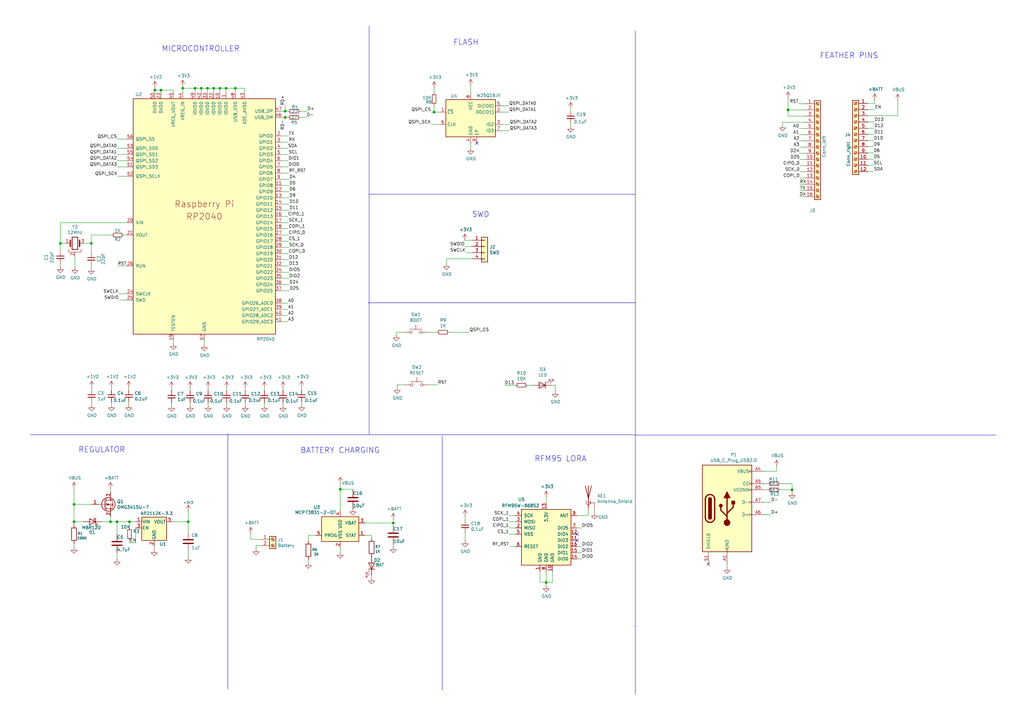
<source format=kicad_sch>
(kicad_sch (version 20230121) (generator eeschema)
  (paper "A3")
  (title_block (title "PicoWAN") (date "2021-01-30") (rev "1.0") (company "ElectronicCats") (comment 4 "Andres Sabas"))
  (junction (at 92.71 36.195))
  (junction (at 74.93 36.195))
  (junction (at 66.04 36.957))
  (junction (at 37.465 99.822))
  (junction (at 224.028 238.887))
  (junction (at 96.52 36.195))
  (junction (at 53.086 213.995))
  (junction (at 139.573 200.66))
  (junction (at 80.01 36.195))
  (junction (at 85.09 36.195))
  (junction (at 116.967 45.593))
  (junction (at 45.339 213.995))
  (junction (at 30.353 213.995))
  (junction (at 90.17 36.195))
  (junction (at 323.215 45.085))
  (junction (at 116.967 48.133))
  (junction (at 63.5 36.957))
  (junction (at 48.006 213.995))
  (junction (at 24.765 99.822))
  (junction (at 77.216 213.995))
  (junction (at 161.29 214.503))
  (junction (at 87.63 36.195))
  (junction (at 178.054 45.974))
  (junction (at 30.353 206.883))
  (junction (at 324.866 200.914))
  (junction (at 82.55 36.195))
  (no_connect (at 236.728 219.075))
  (no_connect (at 290.576 231.394))
  (no_connect (at 195.58 58.674))
  (no_connect (at 236.728 221.615))
  (wire (pts (xy 115.57 45.593) (xy 116.967 45.593)))
  (polyline (pts (xy 181.356 282.829) (xy 181.102 282.829)))
  (wire (pts (xy 323.215 45.085) (xy 323.215 40.259)))
  (wire (pts (xy 92.964 165.227) (xy 92.964 166.243)))
  (wire (pts (xy 30.353 206.883) (xy 37.719 206.883)))
  (wire (pts (xy 355.981 70.358) (xy 358.394 70.358)))
  (wire (pts (xy 52.07 57.023) (xy 48.006 57.023)))
  (wire (pts (xy 115.57 96.393) (xy 118.364 96.393)))
  (wire (pts (xy 205.74 53.594) (xy 209.042 53.594)))
  (wire (pts (xy 162.941 157.861) (xy 162.941 158.877)))
  (wire (pts (xy 115.57 114.173) (xy 118.491 114.173)))
  (wire (pts (xy 355.981 52.578) (xy 358.521 52.578)))
  (wire (pts (xy 52.07 123.063) (xy 48.768 123.063)))
  (wire (pts (xy 63.5 36.957) (xy 63.5 35.941)))
  (wire (pts (xy 149.733 219.583) (xy 152.4 219.583)))
  (wire (pts (xy 53.086 213.995) (xy 48.006 213.995)))
  (wire (pts (xy 208.788 211.455) (xy 211.328 211.455)))
  (wire (pts (xy 52.07 120.523) (xy 48.768 120.523)))
  (wire (pts (xy 226.187 157.988) (xy 227.711 157.988)))
  (wire (pts (xy 74.93 36.195) (xy 74.93 35.433)))
  (wire (pts (xy 45.339 200.406) (xy 45.339 201.803)))
  (wire (pts (xy 116.078 165.227) (xy 116.078 166.243)))
  (wire (pts (xy 87.63 36.195) (xy 90.17 36.195)))
  (wire (pts (xy 24.765 99.822) (xy 26.924 99.822)))
  (wire (pts (xy 85.344 165.227) (xy 85.344 166.243)))
  (wire (pts (xy 234.061 50.673) (xy 234.061 51.689)))
  (polyline (pts (xy 260.604 178.435) (xy 408.559 178.435)))
  (wire (pts (xy 330.2 78.105) (xy 328.041 78.105)))
  (wire (pts (xy 108.458 165.227) (xy 108.458 166.243)))
  (polyline (pts (xy 12.446 178.308) (xy 260.604 178.308)))
  (wire (pts (xy 34.544 99.822) (xy 37.465 99.822)))
  (wire (pts (xy 66.04 36.957) (xy 66.04 37.973)))
  (wire (pts (xy 115.57 101.473) (xy 118.491 101.473)))
  (wire (pts (xy 236.728 224.155) (xy 238.633 224.155)))
  (wire (pts (xy 100.33 37.973) (xy 100.33 36.195)))
  (wire (pts (xy 183.134 106.172) (xy 193.675 106.172)))
  (wire (pts (xy 116.967 45.593) (xy 118.11 45.593)))
  (wire (pts (xy 330.2 65.405) (xy 328.041 65.405)))
  (wire (pts (xy 52.07 63.373) (xy 48.006 63.373)))
  (wire (pts (xy 123.698 159.893) (xy 123.698 158.877)))
  (wire (pts (xy 330.2 70.485) (xy 328.041 70.485)))
  (wire (pts (xy 115.57 119.253) (xy 118.745 119.253)))
  (wire (pts (xy 152.4 235.966) (xy 152.4 236.982)))
  (wire (pts (xy 92.964 160.147) (xy 92.964 159.131)))
  (wire (pts (xy 175.641 136.271) (xy 179.197 136.271)))
  (polyline (pts (xy 93.472 177.8) (xy 93.472 282.702)))
  (wire (pts (xy 320.04 200.914) (xy 324.866 200.914)))
  (wire (pts (xy 221.488 234.315) (xy 221.488 238.887)))
  (wire (pts (xy 236.728 211.455) (xy 241.3 211.455)))
  (wire (pts (xy 115.57 86.233) (xy 118.618 86.233)))
  (polyline (pts (xy 181.356 178.816) (xy 181.356 282.829)))
  (wire (pts (xy 211.328 157.988) (xy 207.01 157.988)))
  (wire (pts (xy 77.216 209.677) (xy 77.216 213.995)))
  (wire (pts (xy 193.04 58.674) (xy 193.04 60.706)))
  (wire (pts (xy 139.573 200.66) (xy 139.573 209.423)))
  (wire (pts (xy 178.054 38.1) (xy 178.054 36.068)))
  (wire (pts (xy 115.57 91.313) (xy 118.364 91.313)))
  (wire (pts (xy 152.4 219.583) (xy 152.4 220.726)))
  (wire (pts (xy 208.788 216.535) (xy 211.328 216.535)))
  (wire (pts (xy 70.358 160.147) (xy 70.358 159.131)))
  (wire (pts (xy 161.29 224.155) (xy 161.29 223.266)))
  (wire (pts (xy 52.07 60.833) (xy 48.006 60.833)))
  (wire (pts (xy 330.2 80.645) (xy 327.914 80.645)))
  (wire (pts (xy 355.981 60.198) (xy 358.267 60.198)))
  (wire (pts (xy 330.2 67.945) (xy 328.041 67.945)))
  (wire (pts (xy 123.19 48.133) (xy 125.73 48.133)))
  (wire (pts (xy 123.19 45.593) (xy 125.984 45.593)))
  (wire (pts (xy 180.34 45.974) (xy 178.054 45.974)))
  (wire (pts (xy 71.12 37.973) (xy 71.12 36.957)))
  (wire (pts (xy 52.07 68.453) (xy 48.006 68.453)))
  (wire (pts (xy 115.57 124.333) (xy 118.11 124.333)))
  (wire (pts (xy 180.34 51.054) (xy 176.784 51.054)))
  (wire (pts (xy 100.584 160.147) (xy 100.584 159.131)))
  (wire (pts (xy 52.07 91.313) (xy 24.765 91.313)))
  (wire (pts (xy 24.765 99.822) (xy 24.765 102.997)))
  (wire (pts (xy 224.028 238.887) (xy 226.568 238.887)))
  (wire (pts (xy 330.2 45.085) (xy 323.215 45.085)))
  (wire (pts (xy 218.567 157.988) (xy 216.408 157.988)))
  (wire (pts (xy 52.07 96.393) (xy 50.8 96.393)))
  (wire (pts (xy 190.754 213.36) (xy 190.754 211.709)))
  (polyline (pts (xy 260.604 12.7) (xy 260.604 284.861)))
  (wire (pts (xy 139.573 198.247) (xy 139.573 200.66)))
  (wire (pts (xy 178.054 43.18) (xy 178.054 45.974)))
  (wire (pts (xy 30.353 206.883) (xy 30.353 200.406)))
  (wire (pts (xy 77.216 213.995) (xy 70.866 213.995)))
  (wire (pts (xy 37.592 159.893) (xy 37.592 158.877)))
  (wire (pts (xy 221.488 238.887) (xy 224.028 238.887)))
  (wire (pts (xy 165.481 136.271) (xy 162.56 136.271)))
  (wire (pts (xy 208.788 219.075) (xy 211.328 219.075)))
  (wire (pts (xy 102.87 221.234) (xy 102.87 218.821)))
  (wire (pts (xy 115.57 55.753) (xy 118.364 55.753)))
  (wire (pts (xy 193.675 101.092) (xy 190.627 101.092)))
  (wire (pts (xy 108.458 160.147) (xy 108.458 159.131)))
  (wire (pts (xy 82.55 37.973) (xy 82.55 36.195)))
  (wire (pts (xy 227.711 157.988) (xy 227.711 160.401)))
  (wire (pts (xy 313.436 198.374) (xy 314.96 198.374)))
  (wire (pts (xy 37.592 164.973) (xy 37.592 165.989)))
  (wire (pts (xy 355.981 62.738) (xy 358.267 62.738)))
  (wire (pts (xy 144.78 200.66) (xy 139.573 200.66)))
  (wire (pts (xy 226.568 238.887) (xy 226.568 234.315)))
  (wire (pts (xy 330.2 73.025) (xy 328.041 73.025)))
  (wire (pts (xy 45.72 164.973) (xy 45.72 165.989)))
  (wire (pts (xy 313.436 205.994) (xy 316.23 205.994)))
  (wire (pts (xy 71.12 36.957) (xy 66.04 36.957)))
  (wire (pts (xy 224.028 238.887) (xy 224.028 234.315)))
  (wire (pts (xy 368.173 47.498) (xy 368.173 41.148)))
  (wire (pts (xy 330.2 42.545) (xy 327.533 42.545)))
  (wire (pts (xy 52.07 109.093) (xy 48.26 109.093)))
  (wire (pts (xy 92.71 36.195) (xy 92.71 37.973)))
  (wire (pts (xy 313.436 193.294) (xy 318.516 193.294)))
  (wire (pts (xy 85.344 160.147) (xy 85.344 159.131)))
  (wire (pts (xy 355.981 55.118) (xy 358.521 55.118)))
  (wire (pts (xy 116.967 49.022) (xy 116.967 48.133)))
  (wire (pts (xy 115.57 65.913) (xy 118.237 65.913)))
  (wire (pts (xy 178.054 45.974) (xy 176.784 45.974)))
  (wire (pts (xy 193.675 98.552) (xy 190.627 98.552)))
  (wire (pts (xy 85.09 37.973) (xy 85.09 36.195)))
  (wire (pts (xy 30.353 206.883) (xy 30.353 213.995)))
  (wire (pts (xy 115.57 111.633) (xy 118.491 111.633)))
  (wire (pts (xy 37.465 99.822) (xy 37.465 103.632)))
  (wire (pts (xy 330.2 62.865) (xy 327.914 62.865)))
  (wire (pts (xy 205.74 45.974) (xy 208.788 45.974)))
  (wire (pts (xy 241.3 211.455) (xy 241.3 209.423)))
  (wire (pts (xy 53.086 222.631) (xy 53.086 221.615)))
  (polyline (pts (xy 151.384 178.308) (xy 151.384 10.668)))
  (wire (pts (xy 115.57 48.133) (xy 116.967 48.133)))
  (wire (pts (xy 320.04 198.374) (xy 324.866 198.374)))
  (wire (pts (xy 70.358 165.227) (xy 70.358 166.243)))
  (wire (pts (xy 52.07 72.263) (xy 48.26 72.263)))
  (wire (pts (xy 45.339 211.963) (xy 45.339 213.995)))
  (wire (pts (xy 100.584 165.227) (xy 100.584 166.243)))
  (wire (pts (xy 96.52 37.973) (xy 96.52 36.195)))
  (wire (pts (xy 208.788 213.995) (xy 211.328 213.995)))
  (wire (pts (xy 355.981 42.418) (xy 358.775 42.418)))
  (wire (pts (xy 313.436 200.914) (xy 314.96 200.914)))
  (wire (pts (xy 355.981 50.038) (xy 358.648 50.038)))
  (wire (pts (xy 115.57 116.713) (xy 118.618 116.713)))
  (wire (pts (xy 161.29 214.503) (xy 161.29 215.646)))
  (wire (pts (xy 115.57 68.453) (xy 118.237 68.453)))
  (wire (pts (xy 123.698 164.973) (xy 123.698 165.989)))
  (wire (pts (xy 116.967 48.133) (xy 118.11 48.133)))
  (wire (pts (xy 106.807 221.234) (xy 102.87 221.234)))
  (wire (pts (xy 115.57 83.693) (xy 118.618 83.693)))
  (wire (pts (xy 355.981 47.498) (xy 368.173 47.498)))
  (wire (pts (xy 126.492 221.869) (xy 126.492 219.583)))
  (wire (pts (xy 63.5 36.957) (xy 66.04 36.957)))
  (wire (pts (xy 162.56 136.271) (xy 162.56 137.287)))
  (wire (pts (xy 80.01 36.195) (xy 82.55 36.195)))
  (wire (pts (xy 48.006 226.695) (xy 48.006 229.235)))
  (polyline (pts (xy 260.096 79.629) (xy 260.096 80.137)))
  (polyline (pts (xy 582.803 258.953) (xy 582.803 260.604)))
  (wire (pts (xy 318.516 193.294) (xy 318.516 191.262)))
  (wire (pts (xy 115.57 104.013) (xy 118.364 104.013)))
  (wire (pts (xy 71.12 139.573) (xy 71.12 140.843)))
  (wire (pts (xy 330.2 57.785) (xy 327.914 57.785)))
  (wire (pts (xy 85.09 36.195) (xy 87.63 36.195)))
  (wire (pts (xy 24.765 91.313) (xy 24.765 99.822)))
  (wire (pts (xy 52.832 159.893) (xy 52.832 158.877)))
  (wire (pts (xy 355.981 57.658) (xy 358.394 57.658)))
  (wire (pts (xy 320.929 50.165) (xy 330.2 50.165)))
  (wire (pts (xy 87.63 37.973) (xy 87.63 36.195)))
  (wire (pts (xy 77.216 225.933) (xy 77.216 228.473)))
  (wire (pts (xy 77.978 165.227) (xy 77.978 166.243)))
  (wire (pts (xy 116.078 160.147) (xy 116.078 159.131)))
  (wire (pts (xy 184.277 136.271) (xy 192.532 136.271)))
  (wire (pts (xy 236.728 226.695) (xy 238.633 226.695)))
  (wire (pts (xy 144.78 201.041) (xy 144.78 200.66)))
  (wire (pts (xy 115.57 129.413) (xy 118.11 129.413)))
  (wire (pts (xy 55.626 213.995) (xy 53.086 213.995)))
  (wire (pts (xy 298.196 231.394) (xy 298.196 232.664)))
  (wire (pts (xy 190.754 218.44) (xy 190.754 221.742)))
  (wire (pts (xy 355.981 67.818) (xy 358.267 67.818)))
  (wire (pts (xy 193.04 38.354) (xy 193.04 35.052)))
  (wire (pts (xy 149.733 214.503) (xy 161.29 214.503)))
  (wire (pts (xy 161.29 214.503) (xy 161.29 213.106)))
  (wire (pts (xy 30.353 213.995) (xy 30.353 215.265)))
  (wire (pts (xy 41.783 213.995) (xy 45.339 213.995)))
  (wire (pts (xy 115.57 63.373) (xy 118.364 63.373)))
  (wire (pts (xy 236.728 229.235) (xy 238.633 229.235)))
  (wire (pts (xy 126.492 230.632) (xy 126.492 229.489)))
  (wire (pts (xy 115.57 73.533) (xy 118.618 73.533)))
  (wire (pts (xy 30.353 222.885) (xy 30.353 224.409)))
  (wire (pts (xy 205.74 43.434) (xy 208.788 43.434)))
  (wire (pts (xy 45.339 213.995) (xy 48.006 213.995)))
  (wire (pts (xy 105.029 223.774) (xy 106.807 223.774)))
  (wire (pts (xy 115.57 78.613) (xy 118.618 78.613)))
  (wire (pts (xy 330.2 52.705) (xy 327.787 52.705)))
  (wire (pts (xy 330.2 75.565) (xy 328.041 75.565)))
  (wire (pts (xy 224.028 203.962) (xy 224.028 206.375)))
  (wire (pts (xy 324.866 200.914) (xy 324.866 201.93)))
  (wire (pts (xy 183.134 106.172) (xy 183.134 108.077)))
  (wire (pts (xy 77.978 160.147) (xy 77.978 159.131)))
  (wire (pts (xy 52.07 65.913) (xy 48.006 65.913)))
  (wire (pts (xy 115.57 106.553) (xy 118.491 106.553)))
  (polyline (pts (xy 260.477 124.206) (xy 260.477 123.825)))
  (wire (pts (xy 236.728 216.535) (xy 238.633 216.535)))
  (wire (pts (xy 82.55 36.195) (xy 85.09 36.195)))
  (wire (pts (xy 30.734 109.601) (xy 30.734 104.902)))
  (wire (pts (xy 176.022 157.861) (xy 179.578 157.861)))
  (wire (pts (xy 80.01 37.973) (xy 80.01 36.195)))
  (polyline (pts (xy 151.257 79.629) (xy 260.096 79.629)))
  (wire (pts (xy 139.573 226.441) (xy 139.573 224.663)))
  (polyline (pts (xy 260.604 283.083) (xy 260.731 283.083)))
  (wire (pts (xy 224.028 240.157) (xy 224.028 238.887)))
  (wire (pts (xy 34.163 213.995) (xy 30.353 213.995)))
  (wire (pts (xy 100.33 36.195) (xy 96.52 36.195)))
  (polyline (pts (xy 260.35 256.921) (xy 260.096 256.921)))
  (wire (pts (xy 52.832 164.973) (xy 52.832 165.989)))
  (wire (pts (xy 115.57 109.093) (xy 118.491 109.093)))
  (wire (pts (xy 63.5 37.973) (xy 63.5 36.957)))
  (wire (pts (xy 323.215 47.625) (xy 330.2 47.625)))
  (wire (pts (xy 37.465 109.982) (xy 37.465 108.712)))
  (wire (pts (xy 24.765 109.347) (xy 24.765 108.077)))
  (wire (pts (xy 96.52 36.195) (xy 92.71 36.195)))
  (wire (pts (xy 234.061 45.593) (xy 234.061 44.577)))
  (wire (pts (xy 115.57 93.853) (xy 118.364 93.853)))
  (wire (pts (xy 55.626 222.631) (xy 53.086 222.631)))
  (wire (pts (xy 45.72 159.893) (xy 45.72 158.877)))
  (wire (pts (xy 83.82 139.573) (xy 83.82 141.351)))
  (wire (pts (xy 323.215 47.625) (xy 323.215 45.085)))
  (wire (pts (xy 48.006 213.995) (xy 48.006 219.075)))
  (wire (pts (xy 74.93 37.973) (xy 74.93 36.195)))
  (wire (pts (xy 55.626 216.535) (xy 55.626 222.631)))
  (wire (pts (xy 205.74 51.054) (xy 209.042 51.054)))
  (wire (pts (xy 243.84 210.312) (xy 243.84 209.423)))
  (wire (pts (xy 115.57 76.073) (xy 118.618 76.073)))
  (wire (pts (xy 115.57 88.773) (xy 118.11 88.773)))
  (wire (pts (xy 330.2 55.245) (xy 327.787 55.245)))
  (wire (pts (xy 37.465 96.393) (xy 37.465 99.822)))
  (wire (pts (xy 355.981 44.958) (xy 358.775 44.958)))
  (wire (pts (xy 77.216 213.995) (xy 77.216 218.313)))
  (wire (pts (xy 358.775 42.418) (xy 358.775 41.021)))
  (wire (pts (xy 115.57 126.873) (xy 118.11 126.873)))
  (wire (pts (xy 53.086 216.535) (xy 53.086 213.995)))
  (wire (pts (xy 126.492 219.583) (xy 129.413 219.583)))
  (wire (pts (xy 63.246 225.425) (xy 63.246 224.155)))
  (wire (pts (xy 193.675 103.632) (xy 191.008 103.632)))
  (wire (pts (xy 324.866 198.374) (xy 324.866 200.914)))
  (wire (pts (xy 330.2 60.325) (xy 327.914 60.325)))
  (wire (pts (xy 115.57 98.933) (xy 118.364 98.933)))
  (wire (pts (xy 115.57 81.153) (xy 118.618 81.153)))
  (wire (pts (xy 115.57 58.293) (xy 118.364 58.293)))
  (wire (pts (xy 90.17 37.973) (xy 90.17 36.195)))
  (wire (pts (xy 208.788 224.155) (xy 211.328 224.155)))
  (wire (pts (xy 105.029 225.044) (xy 105.029 223.774)))
  (wire (pts (xy 320.929 50.165) (xy 320.929 51.181)))
  (polyline (pts (xy 150.876 124.206) (xy 260.477 124.206)))
  (wire (pts (xy 116.967 43.307) (xy 116.967 45.593)))
  (wire (pts (xy 37.465 96.393) (xy 45.72 96.393)))
  (wire (pts (xy 115.57 131.953) (xy 118.11 131.953)))
  (wire (pts (xy 313.436 211.074) (xy 316.23 211.074)))
  (wire (pts (xy 355.981 65.278) (xy 358.267 65.278)))
  (wire (pts (xy 74.93 36.195) (xy 80.01 36.195)))
  (wire (pts (xy 115.57 60.833) (xy 118.11 60.833)))
  (wire (pts (xy 90.17 36.195) (xy 92.71 36.195)))
  (wire (pts (xy 165.862 157.861) (xy 162.941 157.861)))
  (wire (pts (xy 115.57 70.993) (xy 118.491 70.993)))
  (text "REGULATOR" (at 32.131 185.928 0) (effects (font (size 2.2606 2.2606)) (justify left bottom)))
  (text "RFM95 LORA" (at 219.202 189.611 0) (effects (font (size 2.2606 2.2606)) (justify left bottom)))
  (text "SWD" (at 193.548 89.408 0) (effects (font (size 2.2606 2.2606)) (justify left bottom)))
  (text "BATTERY CHARGING" (at 123.19 186.182 0) (effects (font (size 2.2606 2.2606)) (justify left bottom)))
  (text "MICROCONTROLLER" (at 66.294 21.463 0) (effects (font (size 2.2606 2.2606)) (justify left bottom)))
  (text "FLASH" (at 185.928 18.796 0) (effects (font (size 2.2606 2.2606)) (justify left bottom)))
  (text "FEATHER PINS" (at 336.169 24.257 0) (effects (font (size 2.2606 2.2606)) (justify left bottom)))
  (label "QSPI_DATA1" (at 208.788 45.974 0))
  (label "RX" (at 118.364 58.293 0))
  (label "A1" (at 118.11 126.873 0))
  (label "QSPI_CS" (at 192.532 136.271 0))
  (label "DIO5" (at 238.633 216.535 0))
  (label "D25" (at 328.041 65.405 180))
  (label "A3" (at 327.914 60.325 180))
  (label "D10" (at 358.394 57.658 0))
  (label "SDA" (at 118.11 60.833 0))
  (label "QSPI_DATA0" (at 208.788 43.434 0))
  (label "D24" (at 118.618 116.713 0))
  (label "QSPI_SCK" (at 176.784 51.054 180))
  (label "QSPI_CS" (at 48.006 57.023 180))
  (label "D24" (at 327.914 62.865 180))
  (label "A2" (at 118.11 129.413 0))
  (label "D4" (at 118.618 73.533 0))
  (label "CIPO_1" (at 208.788 216.535 180))
  (label "SCK_0" (at 118.491 101.473 0))
  (label "DIO1" (at 118.237 65.913 0))
  (label "SCK_1" (at 208.788 211.455 180))
  (label "COPI_0" (at 118.364 104.013 0))
  (label "TX" (at 328.041 78.105 0))
  (label "D13" (at 118.491 109.093 0))
  (label "A3" (at 118.11 131.953 0))
  (label "DIO5" (at 118.491 111.633 0))
  (label "SWCLK" (at 48.768 120.523 180))
  (label "CS_1" (at 118.364 98.933 0))
  (label "D+" (at 125.984 45.593 0))
  (label "D6" (at 118.618 78.613 0))
  (label "D6" (at 358.267 62.738 0))
  (label "D10" (at 118.618 83.693 0))
  (label "A0" (at 118.11 124.333 0))
  (label "D25" (at 118.745 119.253 0))
  (label "D12" (at 118.491 106.553 0))
  (label "D5" (at 358.267 65.278 0))
  (label "COPI_1" (at 118.364 93.853 0))
  (label "CS_1" (at 208.788 219.075 180))
  (label "CIPO_1" (at 118.11 88.773 0))
  (label "D13" (at 207.01 157.988 0))
  (label "SWDIO" (at 190.627 101.092 180))
  (label "RST" (at 179.578 157.861 0))
  (label "DIO2" (at 118.491 114.173 0))
  (label "D11" (at 118.618 86.233 0))
  (label "CIPO_0" (at 328.041 67.945 180))
  (label "A1" (at 327.787 55.245 180))
  (label "SCL" (at 118.364 63.373 0))
  (label "EN" (at 53.213 222.631 0))
  (label "EN" (at 358.775 44.958 0))
  (label "QSPI_DATA3" (at 209.042 53.594 0))
  (label "SCK_1" (at 118.364 91.313 0))
  (label "D5" (at 118.618 76.073 0))
  (label "A0" (at 327.787 52.705 180))
  (label "CIPO_0" (at 118.364 96.393 0))
  (label "COPI_1" (at 208.788 213.995 180))
  (label "QSPI_DATA3" (at 48.006 68.453 180))
  (label "RD-" (at 116.967 49.022 270))
  (label "D11" (at 358.521 55.118 0))
  (label "RD+" (at 116.967 43.307 90))
  (label "SWCLK" (at 191.008 103.632 180))
  (label "QSPI_DATA2" (at 48.006 65.913 180))
  (label "D-" (at 316.23 205.994 0))
  (label "RF_RST" (at 208.788 224.155 180))
  (label "TX" (at 118.364 55.753 0))
  (label "DIO1" (at 238.633 226.695 0))
  (label "DIO2" (at 238.633 224.155 0))
  (label "DIO0" (at 238.633 229.235 0))
  (label "D9" (at 358.267 60.198 0))
  (label "D-" (at 125.73 48.133 0))
  (label "SCK_0" (at 328.041 70.485 180))
  (label "QSPI_SCK" (at 48.26 72.263 180))
  (label "RST" (at 327.533 42.545 180))
  (label "COPI_0" (at 328.041 73.025 180))
  (label "QSPI_CS" (at 176.784 45.974 180))
  (label "RF_RST" (at 118.491 70.993 0))
  (label "D12" (at 358.521 52.578 0))
  (label "SWDIO" (at 48.768 123.063 180))
  (label "D13" (at 358.648 50.038 0))
  (label "SDA" (at 358.394 70.358 0))
  (label "DIO0" (at 118.237 68.453 0))
  (label "RST" (at 48.26 109.093 0))
  (label "D4" (at 327.914 80.645 0))
  (label "QSPI_DATA0" (at 48.006 60.833 180))
  (label "D9" (at 118.618 81.153 0))
  (label "QSPI_DATA1" (at 48.006 63.373 180))
  (label "QSPI_DATA2" (at 209.042 51.054 0))
  (label "SCL" (at 358.267 67.818 0))
  (label "RX" (at 328.041 75.565 0))
  (label "A2" (at 327.914 57.785 180))
  (label "D+" (at 316.23 211.074 0))
  (symbol (lib_id "Device:C") (at 77.216 222.123 0) (unit 1)
    (property "Reference" "C8" (at 78.486 219.583 0) (effects (justify left)))
    (property "Value" "1uF" (at 78.486 224.663 0) (effects (justify left)))
    (property "Footprint" "Capacitor_SMD:C_0402_1005Metric" (effects hide))
    (property "Datasheet" "https://lcsc.com/product-detail/Multilayer-Ceramic-Capacitors-MLCC-SMD-SMT_muRata_GRM155R60J105KE19D_1uF-105-10-6-3V_C15684.html" (effects hide))
    (property "manf#" "GRM155R60J105KE19D" (effects hide))
    (property "LCSC#" "C15684" (effects hide))
  )
  (symbol (lib_id "Device:C") (at 48.006 222.885 0) (unit 1)
    (property "Reference" "C5" (at 48.006 220.345 0) (effects (justify left)))
    (property "Value" "4.7uF" (at 48.006 225.425 0) (effects (justify left)))
    (property "Footprint" "Capacitor_SMD:C_0402_1005Metric" (effects hide))
    (property "Datasheet" "https://lcsc.com/product-detail/Multilayer-Ceramic-Capacitors-MLCC-SMD-SMT_Samsung-Electro-Mechanics-CL05A475MQ5NRNC_C307423.html" (effects hide))
    (property "manf#" "CL05A475MQ5NRNC" (effects hide))
    (property "LCSC#" "C307423" (effects hide))
  )
  (symbol (lib_id "Connector:Screw_Terminal_01x16") (at 335.28 60.325 0) (unit 1)
    (property "Reference" "J3" (at 333.1972 86.36 0))
    (property "Value" "Conn_left" (at 337.947 60.071 90))
    (property "Footprint" "Connector_PinHeader_2.54mm:PinHeader_1x16_P2.54mm_Vertical" (effects hide))
  )
  (symbol (lib_id "Connector:Screw_Terminal_01x12") (at 350.901 55.118 0) (mirror y) (unit 1)
    (property "Reference" "J4" (at 348.869 55.3212 0) (effects (justify left)))
    (property "Value" "Conn_right" (at 347.98 68.326 90) (effects (justify left)))
    (property "Footprint" "Connector_PinHeader_2.54mm:PinHeader_1x12_P2.54mm_Vertical" (effects hide))
  )
  (symbol (lib_id "power:+3V3") (at 323.215 40.259 0) (unit 1)
    (property "Reference" "#PWR062" (effects hide))
    (property "Value" "+3V3" (at 323.596 35.8648 0))
  )
  (symbol (lib_id "power:+BATT") (at 358.775 41.021 0) (unit 1)
    (property "Reference" "#PWR064" (effects hide))
    (property "Value" "+BATT" (at 359.156 36.6268 0))
  )
  (symbol (lib_id "power:VBUS") (at 368.173 41.148 0) (unit 1)
    (property "Reference" "#PWR065" (effects hide))
    (property "Value" "VBUS" (at 368.554 36.7538 0))
  )
  (symbol (lib_id "power:GND") (at 320.929 51.181 0) (unit 1)
    (property "Reference" "#PWR061" (effects hide))
    (property "Value" "GND" (at 321.056 55.5752 0))
  )
  (symbol (lib_id "Diode:MBR340") (at 37.973 213.995 180) (unit 1)
    (property "Reference" "D1" (at 37.846 218.313 0))
    (property "Value" "MBR120" (at 37.465 216.408 0))
    (property "Footprint" "Diode_SMD:D_SOD-123F" (effects hide))
    (property "Datasheet" "https://lcsc.com/product-detail/Schottky-Barrier-Diodes-SBD_ON-Semiconductor-MBR120VLSFT1G_C223608.html" (effects hide))
    (property "manf#" "MBR120VLSFT1G" (effects hide))
    (property "LCSC#" "C223608" (effects hide))
  )
  (symbol (lib_id "Device:R") (at 30.353 219.075 0) (unit 1)
    (property "Reference" "R1" (at 32.893 218.821 0) (effects (font (size 1.016 1.016))))
    (property "Value" "100K" (at 33.655 220.726 0) (effects (font (size 1.016 1.016))))
    (property "Footprint" "Resistor_SMD:R_0603_1608Metric" (effects hide))
    (property "Datasheet" "https://lcsc.com/product-detail/Chip-Resistor-Surface-Mount_UNI-ROYAL-Uniroyal-Elec-0603WAJ0104T5E_C15458.html" (effects hide))
    (property "manf#" "0603WAJ0104T5E" (effects hide))
    (property "LCSC#" "C15458" (effects hide))
  )
  (symbol (lib_id "power:+BATT") (at 45.339 200.406 0) (unit 1)
    (property "Reference" "#PWR06" (effects hide))
    (property "Value" "+BATT" (at 45.72 196.0118 0))
  )
  (symbol (lib_id "PicoWAN-rescue:MCP73831-2-OT-Battery_Management") (at 139.573 217.043 0) (unit 1)
    (property "Reference" "U3" (at 129.921 208.026 0))
    (property "Value" "MCP73831-2-OT" (at 129.413 210.185 0))
    (property "Footprint" "Package_TO_SOT_SMD:SOT-23-5" (effects hide))
    (property "Datasheet" "https://lcsc.com/product-detail/PMIC-Battery-Management_Microchip-Tech-MCP73831T-2ACI-OT_C424093.html" (effects hide))
    (property "manf#" "MCP73831T-2ACI/OT" (effects hide))
    (property "LCSC#" "C424093" (effects hide))
  )
  (symbol (lib_id "Device:R") (at 126.492 225.679 0) (unit 1)
    (property "Reference" "R6" (at 129.032 225.425 0) (effects (font (size 1.016 1.016))))
    (property "Value" "2K" (at 129.794 227.33 0) (effects (font (size 1.016 1.016))))
    (property "Footprint" "Resistor_SMD:R_0603_1608Metric" (effects hide))
    (property "Datasheet" "https://lcsc.com/product-detail/Chip-Resistor-Surface-Mount_UNI-ROYAL-Uniroyal-Elec-0603WAJ0202T5E_C25590.html" (effects hide))
    (property "manf#" "0603WAJ0202T5E" (effects hide))
    (property "LCSC#" "C25590" (effects hide))
  )
  (symbol (lib_id "power:GND") (at 126.492 230.632 0) (unit 1)
    (property "Reference" "#PWR037" (effects hide))
    (property "Value" "GND" (effects hide))
  )
  (symbol (lib_id "Device:R") (at 152.4 224.536 0) (unit 1)
    (property "Reference" "R7" (at 154.94 224.282 0) (effects (font (size 1.016 1.016))))
    (property "Value" "1K" (at 154.94 226.187 0) (effects (font (size 1.016 1.016))))
    (property "Footprint" "Resistor_SMD:R_0402_1005Metric" (effects hide))
    (property "Datasheet" "https://lcsc.com/product-detail/Chip-Resistor-Surface-Mount_Walsin-Tech-Corp-Walsin-Tech-Corp-1KR-102-5_C384390.html" (effects hide))
    (property "manf#" "WR04X102JTL" (effects hide))
    (property "LCSC#" "C384390" (effects hide))
  )
  (symbol (lib_id "Device:LED") (at 152.4 232.156 270) (mirror x) (unit 1)
    (property "Reference" "D2" (at 154.686 229.743 90))
    (property "Value" "BAT" (at 155.829 231.648 90))
    (property "Footprint" "LED_SMD:LED_0603_1608Metric" (effects hide))
    (property "Datasheet" "https://lcsc.com/product-detail/Light-Emitting-Diodes-LED_Orient-ORH-G36G_C205443.html" (effects hide))
    (property "manf#" "ORH-G36G" (effects hide))
    (property "LCSC#" "C205443" (effects hide))
  )
  (symbol (lib_id "power:GND") (at 139.573 226.441 0) (unit 1)
    (property "Reference" "#PWR039" (effects hide))
    (property "Value" "GND" (effects hide))
  )
  (symbol (lib_id "Device:C") (at 161.29 219.456 0) (unit 1)
    (property "Reference" "C17" (at 161.29 216.916 0) (effects (justify left)))
    (property "Value" "10uF" (at 161.29 221.996 0) (effects (justify left)))
    (property "Footprint" "Capacitor_SMD:C_0402_1005Metric" (effects hide))
    (property "Datasheet" "https://lcsc.com/product-detail/Multilayer-Ceramic-Capacitors-MLCC-SMD-SMT_Samsung-Electro-Mechanics-CL05A106MQ5NUNC_C15525.html" (effects hide))
    (property "manf#" "CL05A106MQ5NUNC" (effects hide))
    (property "LCSC#" "C15525" (effects hide))
  )
  (symbol (lib_id "power:+BATT") (at 161.29 213.106 0) (unit 1)
    (property "Reference" "#PWR042" (effects hide))
    (property "Value" "+BATT" (at 161.671 208.7118 0))
  )
  (symbol (lib_id "power:GND") (at 161.29 224.155 0) (unit 1)
    (property "Reference" "#PWR043" (effects hide))
    (property "Value" "GND" (effects hide))
  )
  (symbol (lib_id "Device:C") (at 144.78 204.851 0) (unit 1)
    (property "Reference" "C16" (at 144.78 202.311 0) (effects (justify left)))
    (property "Value" "10uF" (at 144.78 207.391 0) (effects (justify left)))
    (property "Footprint" "Capacitor_SMD:C_0402_1005Metric" (effects hide))
    (property "Datasheet" "https://lcsc.com/product-detail/Multilayer-Ceramic-Capacitors-MLCC-SMD-SMT_Samsung-Electro-Mechanics-CL05A106MQ5NUNC_C15525.html" (effects hide))
    (property "manf#" "CL05A106MQ5NUNC" (effects hide))
    (property "LCSC#" "C15525" (effects hide))
  )
  (symbol (lib_id "power:GND") (at 144.78 208.661 0) (unit 1)
    (property "Reference" "#PWR040" (effects hide))
    (property "Value" "GND" (effects hide))
  )
  (symbol (lib_id "RF_Module:RFM95W-868S2") (at 224.028 219.075 0) (unit 1)
    (property "Reference" "U5" (at 213.868 204.851 0))
    (property "Value" "RFM95W-868S2" (at 213.487 207.391 0))
    (property "Footprint" "RF_Module:HOPERF_RFM9XW_SMD" (effects hide))
    (property "Datasheet" "https://www.seeedstudio.com/RFM95-Ultra-long-Range-Transceiver-Module-LoRa-Module-support-868M-frequency-p-2807.html" (effects hide))
  )
  (symbol (lib_id "power:GND") (at 224.028 240.157 0) (unit 1)
    (property "Reference" "#PWR054" (effects hide))
    (property "Value" "GND" (at 224.155 244.5512 0))
  )
  (symbol (lib_id "Device:C_Small") (at 190.754 215.9 0) (unit 1)
    (property "Reference" "C18" (at 193.0908 214.7316 0) (effects (justify left)))
    (property "Value" "0.1uF" (at 193.0908 217.043 0) (effects (justify left)))
    (property "Footprint" "Capacitor_SMD:C_0402_1005Metric" (effects hide))
    (property "Datasheet" "https://lcsc.com/product-detail/Multilayer-Ceramic-Capacitors-MLCC-SMD-SMT_YAGEO-CC0402ZRY5V7BB104_C106209.html" (effects hide))
    (property "LCSC#" "C106209" (effects hide))
    (property "manf#" "CC0402ZRY5V7BB104" (effects hide))
  )
  (symbol (lib_id "PicoWAN-rescue:+3.3V-power") (at 190.754 211.709 0) (unit 1)
    (property "Reference" "#PWR049" (effects hide))
    (property "Value" "+3.3V" (at 191.135 207.3148 0))
  )
  (symbol (lib_id "power:GND") (at 190.754 221.742 0) (unit 1)
    (property "Reference" "#PWR050" (effects hide))
    (property "Value" "GND" (at 190.881 226.1362 0))
  )
  (symbol (lib_id "Device:Antenna_Shield") (at 241.3 204.343 0) (unit 1)
    (property "Reference" "AE1" (at 244.9576 203.3524 0) (effects (justify left)))
    (property "Value" "Antenna_Shield" (at 244.9576 205.6638 0) (effects (justify left)))
    (property "Footprint" "Connectors:MOLEX_1661" (effects hide))
    (property "Datasheet" "https://lcsc.com/product-detail/RF-Connectors-Coaxial-Connectors_HRS-Hirose-U-FL-R-SMT-1-10_C88373.html" (effects hide))
    (property "LCSC#" "C88373" (effects hide))
    (property "manf#" "U.FL-R-SMT-1(10)" (effects hide))
  )
  (symbol (lib_id "power:GND") (at 243.84 210.312 0) (unit 1)
    (property "Reference" "#PWR058" (effects hide))
    (property "Value" "GND" (at 247.396 212.09 0))
  )
  (symbol (lib_id "PicoWAN-rescue:+3.3V-power") (at 224.028 203.962 0) (unit 1)
    (property "Reference" "#PWR053" (effects hide))
    (property "Value" "+3.3V" (at 224.409 199.5678 0))
  )
  (symbol (lib_id "power:GND") (at 77.216 228.473 0) (unit 1)
    (property "Reference" "#PWR019" (effects hide))
    (property "Value" "GND" (effects hide))
  )
  (symbol (lib_id "power:GND") (at 48.006 229.235 0) (unit 1)
    (property "Reference" "#PWR09" (effects hide))
    (property "Value" "GND" (effects hide))
  )
  (symbol (lib_id "power:+3V3") (at 77.216 209.677 0) (unit 1)
    (property "Reference" "#PWR018" (effects hide))
    (property "Value" "+3V3" (at 77.216 206.121 0) (effects (font (size 1.016 1.016))))
  )
  (symbol (lib_id "power:GND") (at 30.353 224.409 0) (unit 1)
    (property "Reference" "#PWR03" (effects hide))
    (property "Value" "GND" (effects hide))
  )
  (symbol (lib_id "Connector:Screw_Terminal_01x02") (at 111.887 221.234 0) (unit 1)
    (property "Reference" "J1" (at 113.919 221.4372 0) (effects (justify left)))
    (property "Value" "Battery" (at 113.919 223.7486 0) (effects (justify left)))
    (property "Footprint" "pico-wan:JST_S2B-PH-SM4-TB(LF)(SN)" (effects hide))
    (property "Datasheet" "https://lcsc.com/product-detail/Wire-To-Board-Wire-To-Wire-Connector_JST-Sales-America-S2B-PH-SM4-TB-LF-SN_C295747.html" (effects hide))
    (property "manf#" "S2B-PH-SM4-TB(LF)(SN)" (effects hide))
    (property "LCSC#" "C295747" (effects hide))
  )
  (symbol (lib_id "power:+BATT") (at 102.87 218.821 0) (unit 1)
    (property "Reference" "#PWR029" (effects hide))
    (property "Value" "+BATT" (at 103.251 214.4268 0))
  )
  (symbol (lib_id "power:GND") (at 105.029 225.044 0) (unit 1)
    (property "Reference" "#PWR030" (effects hide))
    (property "Value" "GND" (effects hide))
  )
  (symbol (lib_id "power:GND") (at 152.4 236.982 0) (unit 1)
    (property "Reference" "#PWR041" (effects hide))
    (property "Value" "GND" (effects hide))
  )
  (symbol (lib_id "PicoWAN-rescue:AP2112K-3.3-Regulator_Linear") (at 63.246 216.535 0) (unit 1)
    (property "Reference" "U1" (at 66.802 223.139 0))
    (property "Value" "AP2112K-3.3" (at 64.262 210.566 0))
    (property "Footprint" "Package_TO_SOT_SMD:SOT-23-5" (effects hide))
    (property "Datasheet" "https://lcsc.com/product-detail/Dropout-Regulators-LDO_Diodes-Incorporated-AP2112K-3-3TRG1_C51118.html" (effects hide))
    (property "LCSC#" "C51118" (effects hide))
    (property "manf#" "AP2112K-3.3TRG1" (effects hide))
  )
  (symbol (lib_id "power:GND") (at 63.246 225.425 0) (unit 1)
    (property "Reference" "#PWR012" (effects hide))
    (property "Value" "GND" (effects hide))
  )
  (symbol (lib_id "power:VBUS") (at 139.573 198.247 0) (unit 1)
    (property "Reference" "#PWR038" (effects hide))
    (property "Value" "VBUS" (at 142.748 198.12 0))
  )
  (symbol (lib_id "PicoWAN-rescue:RP2040-MCU_RaspberryPi_and_Boards-PicoWAN-rescue-PicoWAN-rescue") (at 83.82 88.773 0) (unit 1)
    (property "Reference" "U2" (at 56.896 38.735 0))
    (property "Value" "RP2040" (at 108.966 139.065 0))
    (property "Footprint" "MCU_RaspberryPi_and_Boards:RP2040-QFN-56" (effects hide))
  )
  (symbol (lib_id "power:+1V2") (at 63.5 35.941 0) (unit 1)
    (property "Reference" "#PWR013" (effects hide))
    (property "Value" "+1V2" (at 63.881 31.5468 0))
  )
  (symbol (lib_id "power:+3V3") (at 74.93 35.433 0) (unit 1)
    (property "Reference" "#PWR017" (effects hide))
    (property "Value" "+3V3" (at 75.311 31.0388 0))
  )
  (symbol (lib_id "power:GND") (at 83.82 141.351 0) (unit 1)
    (property "Reference" "#PWR022" (effects hide))
    (property "Value" "GND" (at 83.947 145.7452 0))
  )
  (symbol (lib_id "power:GND") (at 71.12 140.843 0) (unit 1)
    (property "Reference" "#PWR016" (effects hide))
    (property "Value" "GND" (at 71.247 145.2372 0))
  )
  (symbol (lib_id "Device:C_Small") (at 24.765 105.537 0) (unit 1)
    (property "Reference" "C1" (at 18.9484 105.537 90))
    (property "Value" "22pF" (at 21.2598 105.537 90))
    (property "Footprint" "Capacitor_SMD:C_0402_1005Metric" (effects hide))
    (property "Datasheet" "https://lcsc.com/product-detail/New-Arrivals_Chinocera-HGC0402G0220J500NTEJ_C482483.html" (effects hide))
    (property "LCSC#" "C482483" (effects hide))
    (property "manf#" "HGC0402G0220J500NTEJ" (effects hide))
  )
  (symbol (lib_id "Device:C_Small") (at 37.465 106.172 0) (unit 1)
    (property "Reference" "C2" (at 40.513 106.172 90))
    (property "Value" "22pF" (at 42.291 106.172 90))
    (property "Footprint" "Capacitor_SMD:C_0402_1005Metric" (effects hide))
    (property "Datasheet" "https://lcsc.com/product-detail/New-Arrivals_Chinocera-HGC0402G0220J500NTEJ_C482483.html" (effects hide))
    (property "LCSC#" "C482483" (effects hide))
    (property "manf#" "HGC0402G0220J500NTEJ" (effects hide))
  )
  (symbol (lib_id "Device:R_Small") (at 48.26 96.393 90) (unit 1)
    (property "Reference" "R2" (at 48.26 98.171 90))
    (property "Value" "1K" (at 48.26 94.615 90))
    (property "Footprint" "Resistor_SMD:R_0402_1005Metric" (effects hide))
    (property "Datasheet" "https://lcsc.com/product-detail/Chip-Resistor-Surface-Mount_Walsin-Tech-Corp-Walsin-Tech-Corp-1KR-102-5_C384390.html" (effects hide))
    (property "LCSC#" "C384390" (effects hide))
    (property "manf#" "WR04X102JTL" (effects hide))
  )
  (symbol (lib_id "Device:R_Small") (at 53.086 219.075 0) (unit 1)
    (property "Reference" "R3" (at 54.5846 217.9066 0) (effects (justify left)))
    (property "Value" "10K" (at 49.53 216.154 0) (effects (justify left)))
    (property "Footprint" "Resistor_SMD:R_0402_1005Metric" (effects hide))
    (property "Datasheet" "https://lcsc.com/product-detail/Chip-Resistor-Surface-Mount_FH-Guangdong-Fenghua-Advanced-Tech-RC-02W103JT_C140214.html" (effects hide))
    (property "LCSC#" "C140214" (effects hide))
    (property "manf#" "RC-02W103JT" (effects hide))
  )
  (symbol (lib_id "PicoWAN-rescue:W25Q32JVZP-Memory_Flash") (at 193.04 48.514 0) (unit 1)
    (property "Reference" "U4" (at 186.182 39.37 0))
    (property "Value" "W25Q16JV" (at 200.406 39.116 0))
    (property "Footprint" "hunter-cat-nfc:PSON50P200X300X50-9N" (effects hide))
    (property "Datasheet" "https://www.mouser.mx/ProductDetail/Winbond/W25Q16JVUXIQ-TR/?qs=%2Fha2pyFaduiS2uR9HYi5HkA%252B2tQKEnSsT8O6AY%252BoxISO7oyUQiPPXw%3D%3D" (effects hide))
    (property "manf#" "W25Q16JVUXIQ" (effects hide))
    (property "LCSC#" "454-W25Q16JVUXIQTR" (effects hide))
  )
  (symbol (lib_id "power:+3V3") (at 193.04 35.052 0) (unit 1)
    (property "Reference" "#PWR051" (effects hide))
    (property "Value" "+3V3" (at 193.421 30.6578 0))
  )
  (symbol (lib_id "power:GND") (at 193.04 60.706 0) (unit 1)
    (property "Reference" "#PWR052" (effects hide))
    (property "Value" "GND" (at 193.167 65.1002 0))
  )
  (symbol (lib_id "Device:C_Small") (at 37.592 162.433 0) (unit 1)
    (property "Reference" "C3" (at 39.9288 161.2646 0) (effects (justify left)))
    (property "Value" "1uF" (at 39.9288 163.576 0) (effects (justify left)))
    (property "Footprint" "Capacitor_SMD:C_0402_1005Metric" (effects hide))
    (property "Datasheet" "https://lcsc.com/product-detail/Multilayer-Ceramic-Capacitors-MLCC-SMD-SMT_muRata_GRM155R60J105KE19D_1uF-105-10-6-3V_C15684.html" (effects hide))
    (property "LCSC#" "C15684" (effects hide))
    (property "manf#" "GRM155R60J105KE19D" (effects hide))
  )
  (symbol (lib_id "power:GND") (at 37.592 165.989 0) (unit 1)
    (property "Reference" "#PWR05" (effects hide))
    (property "Value" "GND" (at 37.719 170.3832 0))
  )
  (symbol (lib_id "power:+1V2") (at 37.592 158.877 0) (unit 1)
    (property "Reference" "#PWR04" (effects hide))
    (property "Value" "+1V2" (at 37.973 154.4828 0))
  )
  (symbol (lib_id "Device:C_Small") (at 45.72 162.433 0) (unit 1)
    (property "Reference" "C4" (at 48.0568 161.2646 0) (effects (justify left)))
    (property "Value" "0.1uF" (at 46.482 164.211 0) (effects (justify left)))
    (property "Footprint" "Capacitor_SMD:C_0402_1005Metric" (effects hide))
    (property "Datasheet" "https://lcsc.com/product-detail/Multilayer-Ceramic-Capacitors-MLCC-SMD-SMT_YAGEO-CC0402ZRY5V7BB104_C106209.html" (effects hide))
    (property "LCSC#" "C106209" (effects hide))
    (property "manf#" "CC0402ZRY5V7BB104" (effects hide))
  )
  (symbol (lib_id "power:GND") (at 45.72 165.989 0) (unit 1)
    (property "Reference" "#PWR08" (effects hide))
    (property "Value" "GND" (at 45.847 170.3832 0))
  )
  (symbol (lib_id "power:+1V2") (at 45.72 158.877 0) (unit 1)
    (property "Reference" "#PWR07" (effects hide))
    (property "Value" "+1V2" (at 46.101 154.4828 0))
  )
  (symbol (lib_id "Device:C_Small") (at 52.832 162.433 0) (unit 1)
    (property "Reference" "C6" (at 55.1688 161.2646 0) (effects (justify left)))
    (property "Value" "0.1uF" (at 55.1688 163.576 0) (effects (justify left)))
    (property "Footprint" "Capacitor_SMD:C_0402_1005Metric" (effects hide))
    (property "Datasheet" "https://lcsc.com/product-detail/Multilayer-Ceramic-Capacitors-MLCC-SMD-SMT_YAGEO-CC0402ZRY5V7BB104_C106209.html" (effects hide))
    (property "LCSC#" "C106209" (effects hide))
    (property "manf#" "CC0402ZRY5V7BB104" (effects hide))
  )
  (symbol (lib_id "power:GND") (at 52.832 165.989 0) (unit 1)
    (property "Reference" "#PWR011" (effects hide))
    (property "Value" "GND" (at 52.959 170.3832 0))
  )
  (symbol (lib_id "power:+1V2") (at 52.832 158.877 0) (unit 1)
    (property "Reference" "#PWR010" (effects hide))
    (property "Value" "+1V2" (at 53.213 154.4828 0))
  )
  (symbol (lib_id "Device:C_Small") (at 70.358 162.687 0) (unit 1)
    (property "Reference" "C7" (at 72.6948 161.5186 0) (effects (justify left)))
    (property "Value" "1uF" (at 72.6948 163.83 0) (effects (justify left)))
    (property "Footprint" "Capacitor_SMD:C_0402_1005Metric" (effects hide))
    (property "Datasheet" "https://lcsc.com/product-detail/Multilayer-Ceramic-Capacitors-MLCC-SMD-SMT_muRata_GRM155R60J105KE19D_1uF-105-10-6-3V_C15684.html" (effects hide))
    (property "LCSC#" "C15684" (effects hide))
    (property "manf#" "GRM155R60J105KE19D" (effects hide))
  )
  (symbol (lib_id "power:GND") (at 70.358 166.243 0) (unit 1)
    (property "Reference" "#PWR015" (effects hide))
    (property "Value" "GND" (at 70.485 170.6372 0))
  )
  (symbol (lib_id "power:+3V3") (at 70.358 159.131 0) (unit 1)
    (property "Reference" "#PWR014" (effects hide))
    (property "Value" "+3V3" (at 70.739 154.7368 0))
  )
  (symbol (lib_id "Device:C_Small") (at 77.978 162.687 0) (unit 1)
    (property "Reference" "C9" (at 80.3148 161.5186 0) (effects (justify left)))
    (property "Value" "0.1uF" (at 78.994 164.465 0) (effects (justify left)))
    (property "Footprint" "Capacitor_SMD:C_0402_1005Metric" (effects hide))
    (property "Datasheet" "https://lcsc.com/product-detail/Multilayer-Ceramic-Capacitors-MLCC-SMD-SMT_YAGEO-CC0402ZRY5V7BB104_C106209.html" (effects hide))
    (property "LCSC#" "C106209" (effects hide))
    (property "manf#" "CC0402ZRY5V7BB104" (effects hide))
  )
  (symbol (lib_id "power:GND") (at 77.978 166.243 0) (unit 1)
    (property "Reference" "#PWR021" (effects hide))
    (property "Value" "GND" (at 78.105 170.6372 0))
  )
  (symbol (lib_id "power:+3V3") (at 77.978 159.131 0) (unit 1)
    (property "Reference" "#PWR020" (effects hide))
    (property "Value" "+3V3" (at 78.359 154.7368 0))
  )
  (symbol (lib_id "Device:C_Small") (at 85.344 162.687 0) (unit 1)
    (property "Reference" "C10" (at 87.6808 161.5186 0) (effects (justify left)))
    (property "Value" "0.1uF" (at 86.106 164.465 0) (effects (justify left)))
    (property "Footprint" "Capacitor_SMD:C_0402_1005Metric" (effects hide))
    (property "Datasheet" "https://lcsc.com/product-detail/Multilayer-Ceramic-Capacitors-MLCC-SMD-SMT_YAGEO-CC0402ZRY5V7BB104_C106209.html" (effects hide))
    (property "LCSC#" "C106209" (effects hide))
    (property "manf#" "CC0402ZRY5V7BB104" (effects hide))
  )
  (symbol (lib_id "power:GND") (at 85.344 166.243 0) (unit 1)
    (property "Reference" "#PWR024" (effects hide))
    (property "Value" "GND" (at 85.471 170.6372 0))
  )
  (symbol (lib_id "power:+3V3") (at 85.344 159.131 0) (unit 1)
    (property "Reference" "#PWR023" (effects hide))
    (property "Value" "+3V3" (at 85.725 154.7368 0))
  )
  (symbol (lib_id "Device:C_Small") (at 92.964 162.687 0) (unit 1)
    (property "Reference" "C11" (at 95.3008 161.5186 0) (effects (justify left)))
    (property "Value" "0.1uF" (at 93.98 164.465 0) (effects (justify left)))
    (property "Footprint" "Capacitor_SMD:C_0402_1005Metric" (effects hide))
    (property "Datasheet" "https://lcsc.com/product-detail/Multilayer-Ceramic-Capacitors-MLCC-SMD-SMT_YAGEO-CC0402ZRY5V7BB104_C106209.html" (effects hide))
    (property "LCSC#" "C106209" (effects hide))
    (property "manf#" "CC0402ZRY5V7BB104" (effects hide))
  )
  (symbol (lib_id "power:GND") (at 92.964 166.243 0) (unit 1)
    (property "Reference" "#PWR026" (effects hide))
    (property "Value" "GND" (at 93.091 170.6372 0))
  )
  (symbol (lib_id "power:+3V3") (at 92.964 159.131 0) (unit 1)
    (property "Reference" "#PWR025" (effects hide))
    (property "Value" "+3V3" (at 93.345 154.7368 0))
  )
  (symbol (lib_id "Device:C_Small") (at 100.584 162.687 0) (unit 1)
    (property "Reference" "C12" (at 102.9208 161.5186 0) (effects (justify left)))
    (property "Value" "0.1uF" (at 101.854 164.211 0) (effects (justify left)))
    (property "Footprint" "Capacitor_SMD:C_0402_1005Metric" (effects hide))
    (property "Datasheet" "https://lcsc.com/product-detail/Multilayer-Ceramic-Capacitors-MLCC-SMD-SMT_YAGEO-CC0402ZRY5V7BB104_C106209.html" (effects hide))
    (property "LCSC#" "C106209" (effects hide))
    (property "manf#" "CC0402ZRY5V7BB104" (effects hide))
  )
  (symbol (lib_id "power:GND") (at 100.584 166.243 0) (unit 1)
    (property "Reference" "#PWR028" (effects hide))
    (property "Value" "GND" (at 100.711 170.6372 0))
  )
  (symbol (lib_id "power:+3V3") (at 100.584 159.131 0) (unit 1)
    (property "Reference" "#PWR027" (effects hide))
    (property "Value" "+3V3" (at 100.965 154.7368 0))
  )
  (symbol (lib_id "Device:C_Small") (at 234.061 48.133 0) (unit 1)
    (property "Reference" "C19" (at 236.3978 46.9646 0) (effects (justify left)))
    (property "Value" "0.1uF" (at 235.331 49.911 0) (effects (justify left)))
    (property "Footprint" "Capacitor_SMD:C_0402_1005Metric" (effects hide))
    (property "Datasheet" "https://lcsc.com/product-detail/Multilayer-Ceramic-Capacitors-MLCC-SMD-SMT_YAGEO-CC0402ZRY5V7BB104_C106209.html" (effects hide))
    (property "LCSC#" "C106209" (effects hide))
    (property "manf#" "CC0402ZRY5V7BB104" (effects hide))
  )
  (symbol (lib_id "power:GND") (at 234.061 51.689 0) (unit 1)
    (property "Reference" "#PWR057" (effects hide))
    (property "Value" "GND" (at 234.188 56.0832 0))
  )
  (symbol (lib_id "power:+3V3") (at 234.061 44.577 0) (unit 1)
    (property "Reference" "#PWR056" (effects hide))
    (property "Value" "+3V3" (at 234.442 40.1828 0))
  )
  (symbol (lib_id "Device:C_Small") (at 108.458 162.687 0) (unit 1)
    (property "Reference" "C13" (at 110.7948 161.5186 0) (effects (justify left)))
    (property "Value" "0.1uF" (at 109.728 164.211 0) (effects (justify left)))
    (property "Footprint" "Capacitor_SMD:C_0402_1005Metric" (effects hide))
    (property "Datasheet" "https://lcsc.com/product-detail/Multilayer-Ceramic-Capacitors-MLCC-SMD-SMT_YAGEO-CC0402ZRY5V7BB104_C106209.html" (effects hide))
    (property "LCSC#" "C106209" (effects hide))
    (property "manf#" "CC0402ZRY5V7BB104" (effects hide))
  )
  (symbol (lib_id "power:GND") (at 108.458 166.243 0) (unit 1)
    (property "Reference" "#PWR032" (effects hide))
    (property "Value" "GND" (at 108.585 170.6372 0))
  )
  (symbol (lib_id "power:+3V3") (at 108.458 159.131 0) (unit 1)
    (property "Reference" "#PWR031" (effects hide))
    (property "Value" "+3V3" (at 108.839 154.7368 0))
  )
  (symbol (lib_id "Device:C_Small") (at 116.078 162.687 0) (unit 1)
    (property "Reference" "C14" (at 118.4148 161.5186 0) (effects (justify left)))
    (property "Value" "0.1uF" (at 117.094 164.465 0) (effects (justify left)))
    (property "Footprint" "Capacitor_SMD:C_0402_1005Metric" (effects hide))
    (property "Datasheet" "https://lcsc.com/product-detail/Multilayer-Ceramic-Capacitors-MLCC-SMD-SMT_YAGEO-CC0402ZRY5V7BB104_C106209.html" (effects hide))
    (property "LCSC#" "C106209" (effects hide))
    (property "manf#" "CC0402ZRY5V7BB104" (effects hide))
  )
  (symbol (lib_id "power:GND") (at 116.078 166.243 0) (unit 1)
    (property "Reference" "#PWR034" (effects hide))
    (property "Value" "GND" (at 116.205 170.6372 0))
  )
  (symbol (lib_id "power:+3V3") (at 116.078 159.131 0) (unit 1)
    (property "Reference" "#PWR033" (effects hide))
    (property "Value" "+3V3" (at 116.459 154.7368 0))
  )
  (symbol (lib_id "Device:C_Small") (at 123.698 162.433 0) (unit 1)
    (property "Reference" "C15" (at 126.0348 161.2646 0) (effects (justify left)))
    (property "Value" "0.1uF" (at 124.968 164.211 0) (effects (justify left)))
    (property "Footprint" "Capacitor_SMD:C_0402_1005Metric" (effects hide))
    (property "Datasheet" "https://lcsc.com/product-detail/Multilayer-Ceramic-Capacitors-MLCC-SMD-SMT_YAGEO-CC0402ZRY5V7BB104_C106209.html" (effects hide))
    (property "LCSC#" "C106209" (effects hide))
    (property "manf#" "CC0402ZRY5V7BB104" (effects hide))
  )
  (symbol (lib_id "power:GND") (at 123.698 165.989 0) (unit 1)
    (property "Reference" "#PWR036" (effects hide))
    (property "Value" "GND" (at 123.825 170.3832 0))
  )
  (symbol (lib_id "power:+3V3") (at 123.698 158.877 0) (unit 1)
    (property "Reference" "#PWR035" (effects hide))
    (property "Value" "+3V3" (at 124.079 154.4828 0))
  )
  (symbol (lib_id "Device:R_Small") (at 178.054 40.64 0) (unit 1)
    (property "Reference" "R8" (at 174.498 41.91 0) (effects (justify left)))
    (property "Value" "10K" (at 173.228 40.132 0) (effects (justify left)))
    (property "Footprint" "Resistor_SMD:R_0402_1005Metric" (effects hide))
    (property "Datasheet" "https://lcsc.com/product-detail/Chip-Resistor-Surface-Mount_FH-Guangdong-Fenghua-Advanced-Tech-RC-02W103JT_C140214.html" (effects hide))
    (property "LCSC#" "C140214" (effects hide))
    (property "manf#" "RC-02W103JT" (effects hide))
  )
  (symbol (lib_id "power:+3V3") (at 178.054 36.068 0) (unit 1)
    (property "Reference" "#PWR046" (effects hide))
    (property "Value" "+3V3" (at 178.435 31.6738 0))
  )
  (symbol (lib_id "PicoWAN-rescue:USB_C_Plug_USB2.0-Connector") (at 298.196 208.534 0) (unit 1)
    (property "Reference" "P1" (at 300.9138 186.5122 0))
    (property "Value" "USB_C_Plug_USB2.0" (at 300.9138 188.8236 0))
    (property "Datasheet" "https://lcsc.com/product-detail/USB-Connectors_SHOU-HAN-TYPE-C16PIN_C393939.html" (effects hide))
    (property "LCSC#" "C393939" (effects hide))
    (property "manf#" "TYPE-C16PIN" (effects hide))
  )
  (symbol (lib_id "Device:R_Small") (at 317.5 198.374 270) (unit 1)
    (property "Reference" "R11" (at 317.246 196.596 90))
    (property "Value" "5K1" (at 317.5 198.247 90))
    (property "Footprint" "Resistor_SMD:R_0603_1608Metric" (effects hide))
    (property "Datasheet" "https://lcsc.com/product-detail/Chip-Resistor-Surface-Mount_KOA-Speer-Elec-RK73B1JTTD512J_C131715.html" (effects hide))
    (property "LCSC#" "C131715" (effects hide))
    (property "manf#" "RK73B1JTTD512J" (effects hide))
  )
  (symbol (lib_id "Device:R_Small") (at 317.5 200.914 270) (unit 1)
    (property "Reference" "R12" (at 317.754 202.692 90))
    (property "Value" "5K1" (at 317.5 200.914 90))
    (property "Footprint" "Resistor_SMD:R_0603_1608Metric" (effects hide))
    (property "Datasheet" "https://lcsc.com/product-detail/Chip-Resistor-Surface-Mount_KOA-Speer-Elec-RK73B1JTTD512J_C131715.html" (effects hide))
    (property "LCSC#" "C131715" (effects hide))
    (property "manf#" "RK73B1JTTD512J" (effects hide))
  )
  (symbol (lib_id "power:GND") (at 324.866 201.93 0) (unit 1)
    (property "Reference" "#PWR063" (effects hide))
    (property "Value" "GND" (at 324.993 206.3242 0))
  )
  (symbol (lib_id "power:VBUS") (at 318.516 191.262 0) (unit 1)
    (property "Reference" "#PWR060" (effects hide))
    (property "Value" "VBUS" (at 318.897 186.8678 0))
  )
  (symbol (lib_id "power:GND") (at 298.196 232.664 0) (unit 1)
    (property "Reference" "#PWR059" (effects hide))
    (property "Value" "GND" (at 298.323 237.0582 0))
  )
  (symbol (lib_id "Device:R_Small") (at 120.65 45.593 270) (unit 1)
    (property "Reference" "R4" (at 120.904 43.815 90))
    (property "Value" "27" (at 120.904 45.593 90))
    (property "Footprint" "Resistor_SMD:R_0402_1005Metric" (effects hide))
    (property "Datasheet" "https://lcsc.com/product-detail/Chip-Resistor-Surface-Mount_Walsin-Tech-Corp-Walsin-Tech-Corp-27R-270-5_C384351.html" (effects hide))
    (property "LCSC#" "C384351" (effects hide))
    (property "manf#" "WR04X270JTL" (effects hide))
  )
  (symbol (lib_id "Device:R_Small") (at 120.65 48.133 270) (unit 1)
    (property "Reference" "R5" (at 120.65 50.165 90))
    (property "Value" "27" (at 120.65 48.133 90))
    (property "Footprint" "Resistor_SMD:R_0402_1005Metric" (effects hide))
    (property "Datasheet" "https://lcsc.com/product-detail/Chip-Resistor-Surface-Mount_Walsin-Tech-Corp-Walsin-Tech-Corp-27R-270-5_C384351.html" (effects hide))
    (property "LCSC#" "C384351" (effects hide))
    (property "manf#" "WR04X270JTL" (effects hide))
  )
  (symbol (lib_id "Connector_Generic:Conn_01x04") (at 198.755 101.092 0) (unit 1)
    (property "Reference" "J2" (at 200.787 101.2952 0) (effects (justify left)))
    (property "Value" "SWD" (at 200.787 103.6066 0) (effects (justify left)))
    (property "Footprint" "Connector_PinHeader_2.54mm:PinHeader_1x04_P2.54mm_Vertical" (effects hide))
  )
  (symbol (lib_id "Device:Q_PMOS_GSD") (at 42.799 206.883 0) (unit 1)
    (property "Reference" "Q1" (at 47.9806 205.7146 0) (effects (justify left)))
    (property "Value" "DMG3415U-7" (at 47.9806 208.026 0) (effects (justify left)))
    (property "Footprint" "Package_TO_SOT_SMD:SOT-23" (effects hide))
    (property "Datasheet" "https://lcsc.com/product-detail/MOSFET_Diodes-Incorporated-DMG3415U-7_C96616.html" (effects hide))
    (property "LCSC#" "C96616" (effects hide))
    (property "manf#" "DMG3415U-7" (effects hide))
  )
  (symbol (lib_id "Switch:SW_Push") (at 170.942 157.861 0) (unit 1)
    (property "Reference" "SW2" (at 170.942 150.622 0))
    (property "Value" "RESET" (at 170.942 152.9334 0))
    (property "Footprint" "KiCadLibraries:TS1088R02026" (effects hide))
    (property "Datasheet" "https://lcsc.com/product-detail/Tactile-Switches_XUNPU-TS-1088R-02526_C455281.html" (effects hide))
    (property "LCSC#" "C455281" (effects hide))
    (property "manf#" "TS-1088R-02526" (effects hide))
  )
  (symbol (lib_id "power:GND") (at 162.941 158.877 0) (unit 1)
    (property "Reference" "#PWR045" (effects hide))
    (property "Value" "GND" (at 163.068 163.2712 0))
  )
  (symbol (lib_id "Switch:SW_Push") (at 170.561 136.271 0) (unit 1)
    (property "Reference" "SW1" (at 170.561 129.032 0))
    (property "Value" "BOOT" (at 170.561 131.3434 0))
    (property "Footprint" "KiCadLibraries:TS1088R02026" (effects hide))
    (property "Datasheet" "https://lcsc.com/product-detail/Tactile-Switches_XUNPU-TS-1088R-02526_C455281.html" (effects hide))
    (property "LCSC#" "C455281" (effects hide))
    (property "manf#" "TS-1088R-02526" (effects hide))
  )
  (symbol (lib_id "power:GND") (at 162.56 137.287 0) (unit 1)
    (property "Reference" "#PWR044" (effects hide))
    (property "Value" "GND" (at 162.687 141.6812 0))
  )
  (symbol (lib_id "Device:R_Small") (at 181.737 136.271 270) (unit 1)
    (property "Reference" "R9" (at 181.737 131.2926 90))
    (property "Value" "1K" (at 181.737 133.604 90))
    (property "Footprint" "Resistor_SMD:R_0402_1005Metric" (effects hide))
    (property "Datasheet" "https://lcsc.com/product-detail/Chip-Resistor-Surface-Mount_Walsin-Tech-Corp-Walsin-Tech-Corp-1KR-102-5_C384390.html" (effects hide))
    (property "LCSC#" "C384390" (effects hide))
    (property "manf#" "WR04X102JTL" (effects hide))
  )
  (symbol (lib_id "Device:LED") (at 222.377 157.988 180) (unit 1)
    (property "Reference" "D3" (at 222.5548 151.511 0))
    (property "Value" "LED" (at 222.5548 153.8224 0))
    (property "Footprint" "LED_SMD:LED_0603_1608Metric" (effects hide))
    (property "Datasheet" "https://lcsc.com/product-detail/Light-Emitting-Diodes-LED_ARKLED-Wuxi-ARK-Tech-Elec-D-060306R1-SS2-L_C118330.html" (effects hide))
    (property "LCSC#" "C118330" (effects hide))
    (property "manf#" "D-060306R1/SS2/L" (effects hide))
  )
  (symbol (lib_id "Device:R_Small") (at 213.868 157.988 270) (unit 1)
    (property "Reference" "R10" (at 213.868 153.0096 90))
    (property "Value" "10K" (at 213.868 155.321 90))
    (property "Footprint" "Resistor_SMD:R_0402_1005Metric" (effects hide))
    (property "Datasheet" "https://lcsc.com/product-detail/Chip-Resistor-Surface-Mount_FH-Guangdong-Fenghua-Advanced-Tech-RC-02W103JT_C140214.html" (effects hide))
    (property "LCSC#" "C140214" (effects hide))
    (property "manf#" "RC-02W103JT" (effects hide))
  )
  (symbol (lib_id "power:GND") (at 227.711 160.401 0) (unit 1)
    (property "Reference" "#PWR055" (effects hide))
    (property "Value" "GND" (at 227.838 164.7952 0))
  )
  (symbol (lib_id "power:GND") (at 24.765 109.347 0) (unit 1)
    (property "Reference" "#PWR0101" (effects hide))
    (property "Value" "GND" (at 24.892 113.7412 0))
  )
  (symbol (lib_id "power:GND") (at 37.465 109.982 0) (unit 1)
    (property "Reference" "#PWR0102" (effects hide))
    (property "Value" "GND" (at 37.592 114.3762 0))
  )
  (symbol (lib_id "power:+3V3") (at 190.627 98.552 0) (unit 1)
    (property "Reference" "#PWR048" (effects hide))
    (property "Value" "+3V3" (at 191.008 94.1578 0))
  )
  (symbol (lib_id "power:GND") (at 183.134 108.077 0) (unit 1)
    (property "Reference" "#PWR047" (effects hide))
    (property "Value" "GND" (at 183.261 112.4712 0))
  )
  (symbol (lib_id "power:GND") (at 30.734 109.601 0) (unit 1)
    (property "Reference" "#PWR0103" (effects hide))
    (property "Value" "GND" (at 30.861 113.9952 0))
  )
  (symbol (lib_id "Device:Crystal_GND2") (at 30.734 99.822 0) (unit 1)
    (property "Reference" "Y2" (at 30.734 93.0148 0))
    (property "Value" "12Mhz" (at 30.734 95.3262 0))
    (property "Footprint" "Crystal:Crystal_SMD_2520-4Pin_2.5x2.0mm" (effects hide))
    (property "Datasheet" "https://lcsc.com/product-detail/SMD-Crystal-Resonators_JWT-CM4012M00020T8188026_C709001.html" (effects hide))
    (property "manf#" "CM4012M00020T8188026" (effects hide))
    (property "LCSC#" "C709001" (effects hide))
  )
  (symbol (lib_id "power:VBUS") (at 30.353 200.406 0) (unit 1)
    (property "Reference" "#PWR02" (effects hide))
    (property "Value" "VBUS" (at 30.734 196.0118 0))
  )
)
</source>
